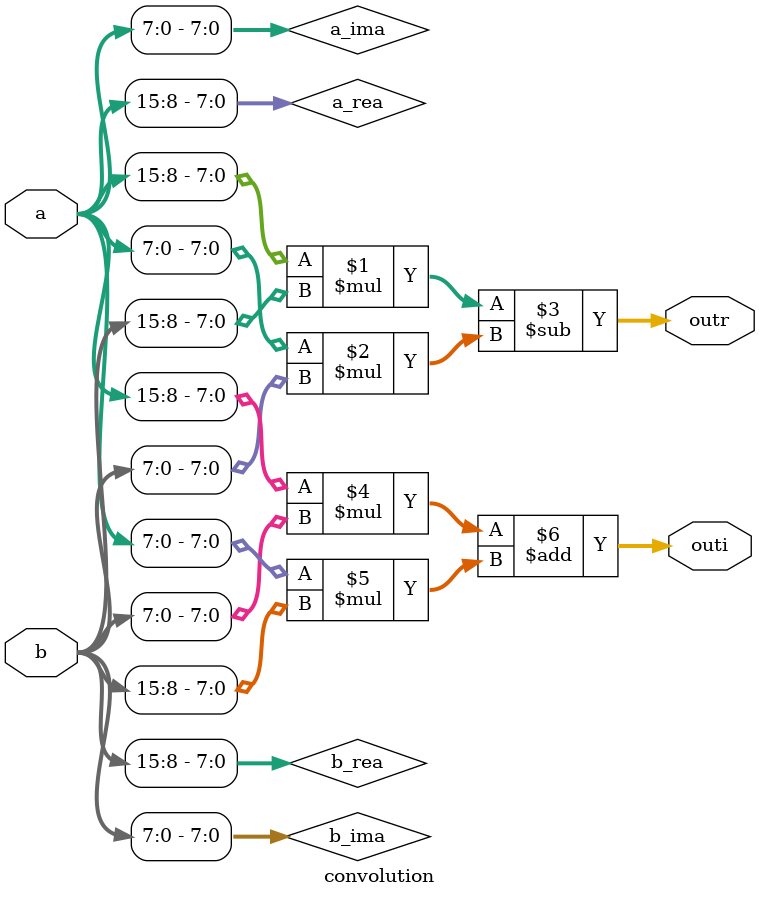
<source format=v>
module convolution(outr,outi,a,b);
    input [15:0] a, b;
    output [17:0] outr, outi;
    wire signed [7:0] a_rea, a_ima, b_rea, b_ima;
    assign a_rea = a[15:8]; assign a_ima = a[7:0];
    assign b_rea = b[15:8]; assign b_ima = b[7:0];
    assign outr = a_rea*b_rea - a_ima*b_ima;
    assign outi = a_rea*b_ima + a_ima*b_rea;
endmodule
</source>
